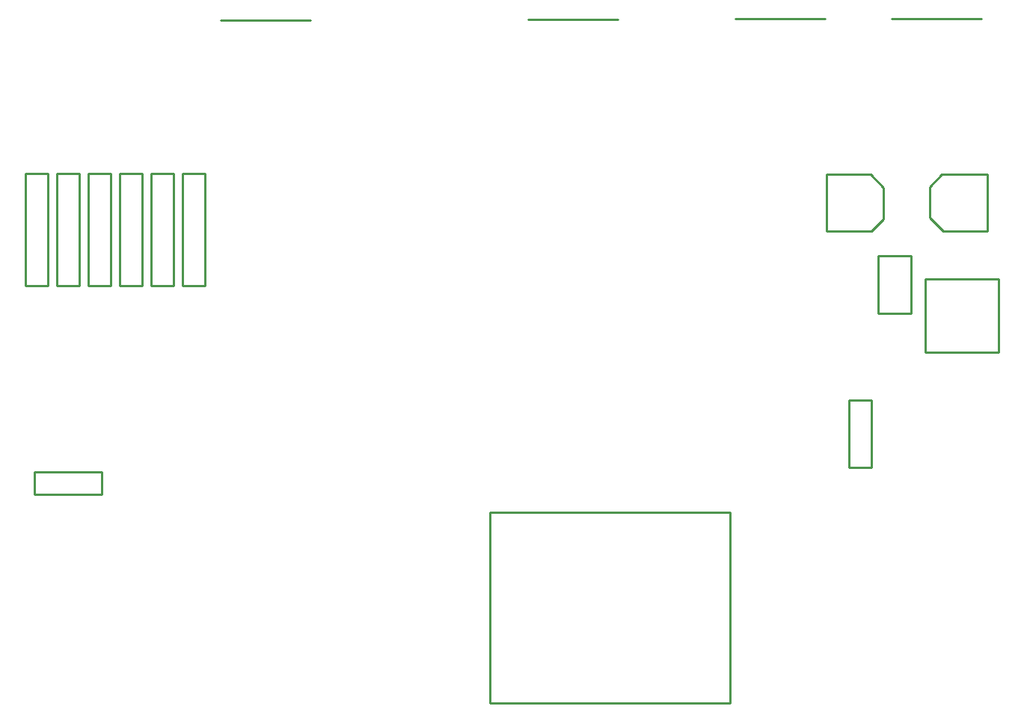
<source format=gbr>
%TF.GenerationSoftware,Altium Limited,Altium Designer,19.1.8 (144)*%
G04 Layer_Color=32768*
%FSLAX26Y26*%
%MOIN*%
%TF.FileFunction,Other,Mechanical_3*%
%TF.Part,Single*%
G01*
G75*
%TA.AperFunction,NonConductor*%
%ADD34C,0.010000*%
D34*
X3808441Y2515047D02*
X4005291D01*
X3808441Y2263079D02*
Y2515047D01*
X4009228Y2263079D02*
X4064346Y2318197D01*
X3808441Y2263079D02*
X4009228D01*
X4005291Y2515047D02*
X4064346Y2455992D01*
Y2318197D02*
Y2455992D01*
X4328496Y2263953D02*
X4525346D01*
Y2515921D01*
X4269441Y2460803D02*
X4324559Y2515921D01*
X4324559D02*
X4525346D01*
X4269441Y2323008D02*
X4328496Y2263953D01*
X4269441Y2323008D02*
Y2460803D01*
X4186409Y2144001D02*
Y2152001D01*
X4039409D02*
X4186409D01*
X4039409Y1897001D02*
Y2152001D01*
Y1897001D02*
X4040409Y1898001D01*
X4186409D01*
Y2145001D01*
X3378583Y161417D02*
Y1011417D01*
X2308583D02*
X3378583D01*
X2308583Y161417D02*
Y1011417D01*
Y161417D02*
X3378583D01*
X4010000Y1209994D02*
Y1510000D01*
X3910000Y1209994D02*
X4010000D01*
X3910000D02*
Y1510000D01*
X4010000D01*
X340000Y2420000D02*
Y2520000D01*
X240000D02*
X340000D01*
X240000Y2420000D02*
Y2520000D01*
Y2019994D02*
Y2420000D01*
Y2019994D02*
X340000D01*
Y2420000D01*
X480000D02*
Y2520000D01*
X380000D02*
X480000D01*
X380000Y2420000D02*
Y2520000D01*
Y2019994D02*
Y2420000D01*
Y2019994D02*
X480000D01*
Y2420000D01*
X620000D02*
Y2520000D01*
X520000D02*
X620000D01*
X520000Y2420000D02*
Y2520000D01*
Y2019994D02*
Y2420000D01*
Y2019994D02*
X620000D01*
Y2420000D01*
X760000D02*
Y2520000D01*
X660000D02*
X760000D01*
X660000Y2420000D02*
Y2520000D01*
Y2019994D02*
Y2420000D01*
Y2019994D02*
X760000D01*
Y2420000D01*
X900000D02*
Y2520000D01*
X800000D02*
X900000D01*
X800000Y2420000D02*
Y2520000D01*
Y2019994D02*
Y2420000D01*
Y2019994D02*
X900000D01*
Y2420000D01*
X1040000D02*
Y2520000D01*
X940000D02*
X1040000D01*
X940000Y2420000D02*
Y2520000D01*
Y2019994D02*
Y2420000D01*
Y2019994D02*
X1040000D01*
Y2420000D01*
X4100000Y3210000D02*
X4500000D01*
X280000Y1190000D02*
X580006D01*
Y1090000D02*
Y1190000D01*
X280000Y1090000D02*
X580006D01*
X280000D02*
Y1190000D01*
X3403583Y3211417D02*
X3803583D01*
X1108780Y3202953D02*
X1508780D01*
X2478780Y3207953D02*
X2878780D01*
X4250394Y1724409D02*
X4577165D01*
Y2051181D01*
X4250394D02*
X4577165D01*
X4250394Y1724409D02*
Y2051181D01*
%TF.MD5,e5f081665ae378f58200295b0463d6c5*%
M02*

</source>
